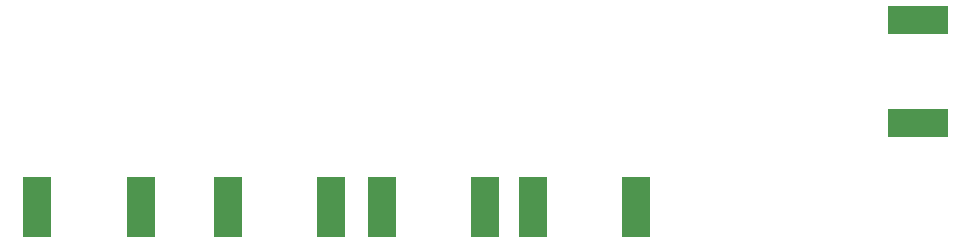
<source format=gbr>
G04 #@! TF.GenerationSoftware,KiCad,Pcbnew,5.99.0+really5.1.10+dfsg1-1*
G04 #@! TF.CreationDate,2022-01-09T21:41:06-05:00*
G04 #@! TF.ProjectId,radio,72616469-6f2e-46b6-9963-61645f706362,rev?*
G04 #@! TF.SameCoordinates,Original*
G04 #@! TF.FileFunction,Paste,Bot*
G04 #@! TF.FilePolarity,Positive*
%FSLAX46Y46*%
G04 Gerber Fmt 4.6, Leading zero omitted, Abs format (unit mm)*
G04 Created by KiCad (PCBNEW 5.99.0+really5.1.10+dfsg1-1) date 2022-01-09 21:41:06*
%MOMM*%
%LPD*%
G01*
G04 APERTURE LIST*
%ADD10R,5.080000X2.413000*%
%ADD11R,2.413000X5.080000*%
G04 APERTURE END LIST*
D10*
G04 #@! TO.C,J8*
X201485500Y-101727000D03*
X201485500Y-110490000D03*
G04 #@! TD*
D11*
G04 #@! TO.C,J5*
X143065500Y-117602000D03*
X151828500Y-117602000D03*
G04 #@! TD*
G04 #@! TO.C,J4*
X135699500Y-117602000D03*
X126936500Y-117602000D03*
G04 #@! TD*
G04 #@! TO.C,J3*
X156083000Y-117602000D03*
X164846000Y-117602000D03*
G04 #@! TD*
G04 #@! TO.C,J2*
X168859200Y-117602000D03*
X177622200Y-117602000D03*
G04 #@! TD*
M02*

</source>
